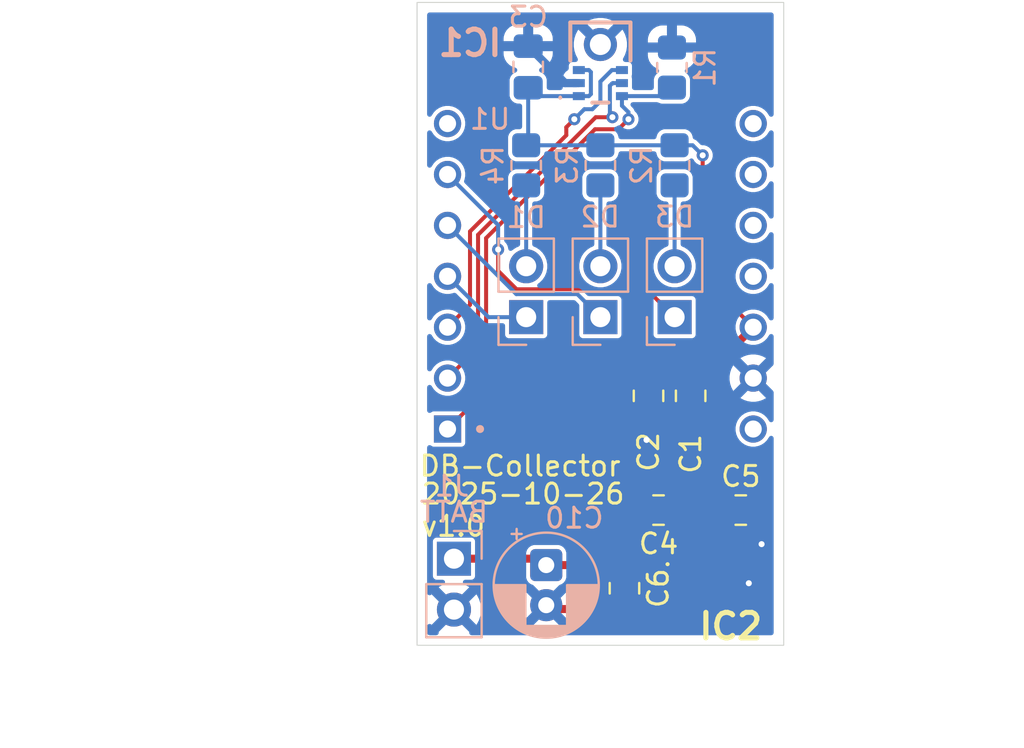
<source format=kicad_pcb>
(kicad_pcb (version 20241229) (generator "pcbnew") (generator_version "9.0")
  (layers (0 "F.Cu" signal) (2 "B.Cu" signal) (13 "F.Paste" user) (15 "B.Paste" user) (5 "F.SilkS" user "F.Silkscreen") (7 "B.SilkS" user "B.Silkscreen") (1 "F.Mask" user) (3 "B.Mask" user) (25 "Edge.Cuts" user))
  (net 0 "")
  (net 1 "Net-(D1-K)")
  (net 2 "Net-(D1-A)")
  (net 3 "Net-(D2-K)")
  (net 4 "Net-(D2-A)")
  (net 5 "Net-(D3-K)")
  (net 6 "Net-(D3-A)")
  (net 7 "/SD")
  (net 8 "+3.3V")
  (net 9 "GND")
  (net 10 "/SCK")
  (net 11 "/WS")
  (net 18 "+BATT")
  (footprint "Capacitor_SMD:C_0805_2012Metric_Pad1.18x1.45mm_HandSolder" (layer "F.Cu") (at 144.3 82.3 -90)
    (property "Reference" "C1" (at 2.9 0 90) (layer "F.SilkS"))
    (property "Value" "10uF")
    (fp_line (start -0.261252 0.735) (end 0.261252 0.735) (stroke (width 0.12)) (layer "F.SilkS"))
    (fp_line (start -0.261252 -0.735) (end 0.261252 -0.735) (stroke (width 0.12)) (layer "F.SilkS"))
    (pad "1" smd roundrect (at -1.0375 0 270) (size 1.175 1.45) (layers "F.Cu" "F.Mask" "F.Paste") (roundrect_rratio 0.212766) (net 8 "+3.3V"))
    (pad "2" smd roundrect (at 1.0375 0 270) (size 1.175 1.45) (layers "F.Cu" "F.Mask" "F.Paste") (roundrect_rratio 0.212766) (net 9 "GND"))
  )
  (footprint "Capacitor_SMD:C_0805_2012Metric_Pad1.18x1.45mm_HandSolder" (layer "F.Cu") (at 146.8 88)
    (property "Reference" "C5" (at 0 -1.68 0) (layer "F.SilkS"))
    (property "Value" "1uF")
    (fp_line (start -0.261252 -0.735) (end 0.261252 -0.735) (stroke (width 0.12)) (layer "F.SilkS"))
    (fp_line (start -0.261252 0.735) (end 0.261252 0.735) (stroke (width 0.12)) (layer "F.SilkS"))
    (pad "1" smd roundrect (at -1.0375 0) (size 1.175 1.45) (layers "F.Cu" "F.Mask" "F.Paste") (roundrect_rratio 0.212766) (net 8 "+3.3V"))
    (pad "2" smd roundrect (at 1.0375 0) (size 1.175 1.45) (layers "F.Cu" "F.Mask" "F.Paste") (roundrect_rratio 0.212766) (net 9 "GND"))
  )
  (footprint "Capacitor_SMD:C_0805_2012Metric_Pad1.18x1.45mm_HandSolder" (layer "F.Cu") (at 142.7 88 180)
    (property "Reference" "C4" (at 0 -1.68 0) (layer "F.SilkS"))
    (property "Value" "1uF")
    (fp_line (start -0.261252 0.735) (end 0.261252 0.735) (stroke (width 0.12)) (layer "F.SilkS"))
    (fp_line (start -0.261252 -0.735) (end 0.261252 -0.735) (stroke (width 0.12)) (layer "F.SilkS"))
    (pad "1" smd roundrect (at -1.0375 0 180) (size 1.175 1.45) (layers "F.Cu" "F.Mask" "F.Paste") (roundrect_rratio 0.212766) (net 18 "+BATT"))
    (pad "2" smd roundrect (at 1.0375 0 180) (size 1.175 1.45) (layers "F.Cu" "F.Mask" "F.Paste") (roundrect_rratio 0.212766) (net 9 "GND"))
  )
  (footprint "Capacitor_SMD:C_0805_2012Metric_Pad1.18x1.45mm_HandSolder" (layer "F.Cu") (at 141 91.9 -90)
    (property "Reference" "C6" (at 0 -1.68 90) (layer "F.SilkS"))
    (property "Value" ".1uF")
    (fp_line (start -0.261252 0.735) (end 0.261252 0.735) (stroke (width 0.12)) (layer "F.SilkS"))
    (fp_line (start -0.261252 -0.735) (end 0.261252 -0.735) (stroke (width 0.12)) (layer "F.SilkS"))
    (pad "1" smd roundrect (at -1.0375 0 270) (size 1.175 1.45) (layers "F.Cu" "F.Mask" "F.Paste") (roundrect_rratio 0.212766) (net 18 "+BATT"))
    (pad "2" smd roundrect (at 1.0375 0 270) (size 1.175 1.45) (layers "F.Cu" "F.Mask" "F.Paste") (roundrect_rratio 0.212766) (net 9 "GND"))
  )
  (footprint "Capacitor_SMD:C_0805_2012Metric_Pad1.18x1.45mm_HandSolder" (layer "F.Cu") (at 142.2 82.3 -90)
    (property "Reference" "C2" (at 2.8 0 90) (layer "F.SilkS"))
    (property "Value" ".1uF")
    (fp_line (start -0.261252 0.735) (end 0.261252 0.735) (stroke (width 0.12)) (layer "F.SilkS"))
    (fp_line (start -0.261252 -0.735) (end 0.261252 -0.735) (stroke (width 0.12)) (layer "F.SilkS"))
    (pad "1" smd roundrect (at -1.0375 0 270) (size 1.175 1.45) (layers "F.Cu" "F.Mask" "F.Paste") (roundrect_rratio 0.212766) (net 8 "+3.3V"))
    (pad "2" smd roundrect (at 1.0375 0 270) (size 1.175 1.45) (layers "F.Cu" "F.Mask" "F.Paste") (roundrect_rratio 0.212766) (net 9 "GND"))
  )
  (footprint "Garth:TLV75533PDYDR" (layer "F.Cu") (at 145.5 91.65)
    (property "Reference" "IC2" (at 0.8 2.15 0) (layer "F.SilkS") (effects (font (size 1.27 1.27) (thickness 0.254))))
    (property "Value" "TLV75533PDYDR" (hide yes))
    (fp_line (start -2.4 -0.95) (end -2.4 -0.95) (stroke (width 0.1)) (layer "F.SilkS"))
    (fp_line (start -2.3 -0.95) (end -2.3 -0.95) (stroke (width 0.1)) (layer "F.SilkS"))
    (fp_arc (start -2.4 -0.95) (mid -2.35 -1) (end -2.3 -0.95) (stroke (width 0.1)) (layer "F.SilkS"))
    (fp_arc (start -2.3 -0.95) (mid -2.35 -0.9) (end -2.4 -0.95) (stroke (width 0.1)) (layer "F.SilkS"))
    (pad "1" smd rect (at -1.3 -0.95 90) (size 0.6 1.1) (layers "F.Cu" "F.Mask" "F.Paste") (net 18 "+BATT"))
    (pad "2" smd rect (at -1.3 0 90) (size 0.6 1.1) (layers "F.Cu" "F.Mask" "F.Paste") (net 9 "GND"))
    (pad "3" smd rect (at -1.3 0.95 90) (size 0.6 1.1) (layers "F.Cu" "F.Mask" "F.Paste") (net 18 "+BATT"))
    (pad "4" smd rect (at 1.3 0.95 90) (size 0.6 1.1) (layers "F.Cu" "F.Mask" "F.Paste"))
    (pad "5" smd rect (at 1.3 -0.95 90) (size 0.6 1.1) (layers "F.Cu" "F.Mask" "F.Paste") (net 8 "+3.3V"))
    (pad "6" smd rect (at 0 0) (size 0.975 1.7) (layers "F.Cu" "F.Mask" "F.Paste") (net 9 "GND"))
  )
  (footprint "Capacitor_SMD:C_0805_2012Metric_Pad1.18x1.45mm_HandSolder" (layer "B.Cu") (at 136.2 65.8925 90)
    (property "Reference" "C3" (at 2.4925 0 0) (layer "B.SilkS") (effects (justify mirror)))
    (property "Value" ".1uF")
    (fp_line (start -0.261252 -0.735) (end 0.261252 -0.735) (stroke (width 0.12)) (layer "B.SilkS"))
    (fp_line (start -0.261252 0.735) (end 0.261252 0.735) (stroke (width 0.12)) (layer "B.SilkS"))
    (pad "1" smd roundrect (at -1.0375 0 90) (size 1.175 1.45) (layers "B.Cu" "B.Mask" "B.Paste") (roundrect_rratio 0.212766) (net 8 "+3.3V"))
    (pad "2" smd roundrect (at 1.0375 0 90) (size 1.175 1.45) (layers "B.Cu" "B.Mask" "B.Paste") (roundrect_rratio 0.212766) (net 9 "GND"))
  )
  (footprint "Connector_PinHeader_2.54mm:PinHeader_1x02_P2.54mm_Vertical" (layer "B.Cu") (at 143.5 78.375)
    (property "Reference" "D3" (at 0 -5 0) (layer "B.SilkS") (effects (justify mirror)))
    (property "Value" "LED_3")
    (fp_line (start -1.38 -3.92) (end 1.38 -3.92) (stroke (width 0.12)) (layer "B.SilkS"))
    (fp_line (start -1.38 -1.27) (end -1.38 -3.92) (stroke (width 0.12)) (layer "B.SilkS"))
    (fp_line (start -1.38 -1.27) (end 1.38 -1.27) (stroke (width 0.12)) (layer "B.SilkS"))
    (fp_line (start -1.38 0) (end -1.38 1.38) (stroke (width 0.12)) (layer "B.SilkS"))
    (fp_line (start -1.38 1.38) (end 0 1.38) (stroke (width 0.12)) (layer "B.SilkS"))
    (fp_line (start 1.38 -1.27) (end 1.38 -3.92) (stroke (width 0.12)) (layer "B.SilkS"))
    (pad "1" thru_hole rect (at 0 0) (size 1.7 1.7) (drill 1) (layers "*.Cu" "*.Mask") (net 5 "Net-(D3-K)"))
    (pad "2" thru_hole circle (at 0 -2.54) (size 1.7 1.7) (drill 1) (layers "*.Cu" "*.Mask") (net 6 "Net-(D3-A)"))
  )
  (footprint "Resistor_SMD:R_0805_2012Metric_Pad1.20x1.40mm_HandSolder" (layer "B.Cu") (at 143.5 70.8 -90)
    (property "Reference" "R2" (at 0 1.65 90) (layer "B.SilkS") (effects (justify mirror)))
    (property "Value" "500 Ohm")
    (fp_line (start -0.227064 0.735) (end 0.227064 0.735) (stroke (width 0.12)) (layer "B.SilkS"))
    (fp_line (start -0.227064 -0.735) (end 0.227064 -0.735) (stroke (width 0.12)) (layer "B.SilkS"))
    (pad "1" smd roundrect (at -1 0 270) (size 1.2 1.4) (layers "B.Cu" "B.Mask" "B.Paste") (roundrect_rratio 0.208333) (net 8 "+3.3V"))
    (pad "2" smd roundrect (at 1 0 270) (size 1.2 1.4) (layers "B.Cu" "B.Mask" "B.Paste") (roundrect_rratio 0.208333) (net 6 "Net-(D3-A)"))
  )
  (footprint "Connector_PinHeader_2.54mm:PinHeader_1x02_P2.54mm_Vertical" (layer "B.Cu") (at 139.8 78.375)
    (property "Reference" "D2" (at -0.01 -5 0) (layer "B.SilkS") (effects (justify mirror)))
    (property "Value" "LED_2")
    (fp_line (start -1.38 -3.92) (end 1.38 -3.92) (stroke (width 0.12)) (layer "B.SilkS"))
    (fp_line (start -1.38 -1.27) (end -1.38 -3.92) (stroke (width 0.12)) (layer "B.SilkS"))
    (fp_line (start -1.38 -1.27) (end 1.38 -1.27) (stroke (width 0.12)) (layer "B.SilkS"))
    (fp_line (start -1.38 0) (end -1.38 1.38) (stroke (width 0.12)) (layer "B.SilkS"))
    (fp_line (start -1.38 1.38) (end 0 1.38) (stroke (width 0.12)) (layer "B.SilkS"))
    (fp_line (start 1.38 -1.27) (end 1.38 -3.92) (stroke (width 0.12)) (layer "B.SilkS"))
    (pad "1" thru_hole rect (at 0 0) (size 1.7 1.7) (drill 1) (layers "*.Cu" "*.Mask") (net 3 "Net-(D2-K)"))
    (pad "2" thru_hole circle (at 0 -2.54) (size 1.7 1.7) (drill 1) (layers "*.Cu" "*.Mask") (net 4 "Net-(D2-A)"))
  )
  (footprint "ESP32-C3:MODULE_113991054" (layer "B.Cu") (at 139.8 76.4)
    (property "Reference" "U1" (at -5.5 -7.9 0) (layer "B.SilkS") (effects (justify mirror)))
    (property "Value" "XAIO ESP32-C3")
    (fp_circle (center -6 7.5565) (end -5.9 7.5565) (stroke (width 0.2)) (fill no) (layer "B.SilkS"))
    (pad "1" thru_hole rect (at -7.62 7.5565) (size 1.358 1.358) (drill 0.85) (layers "*.Cu" "*.Mask") (net 7 "/SD"))
    (pad "2" thru_hole circle (at -7.62 5.0165) (size 1.358 1.358) (drill 0.85) (layers "*.Cu" "*.Mask") (net 10 "/SCK"))
    (pad "3" thru_hole circle (at -7.62 2.4765) (size 1.358 1.358) (drill 0.85) (layers "*.Cu" "*.Mask") (net 11 "/WS"))
    (pad "4" thru_hole circle (at -7.62 -0.0635) (size 1.358 1.358) (drill 0.85) (layers "*.Cu" "*.Mask") (net 1 "Net-(D1-K)"))
    (pad "5" thru_hole circle (at -7.62 -2.6035) (size 1.358 1.358) (drill 0.85) (layers "*.Cu" "*.Mask") (net 3 "Net-(D2-K)"))
    (pad "6" thru_hole circle (at -7.62 -5.1435) (size 1.358 1.358) (drill 0.85) (layers "*.Cu" "*.Mask") (net 5 "Net-(D3-K)"))
    (pad "7" thru_hole circle (at -7.62 -7.6835) (size 1.358 1.358) (drill 0.85) (layers "*.Cu" "*.Mask"))
    (pad "8" thru_hole circle (at 7.62 -7.6835) (size 1.358 1.358) (drill 0.85) (layers "*.Cu" "*.Mask"))
    (pad "9" thru_hole circle (at 7.62 -5.1435) (size 1.358 1.358) (drill 0.85) (layers "*.Cu" "*.Mask"))
    (pad "10" thru_hole circle (at 7.62 -2.6035) (size 1.358 1.358) (drill 0.85) (layers "*.Cu" "*.Mask"))
    (pad "11" thru_hole circle (at 7.62 -0.0635) (size 1.358 1.358) (drill 0.85) (layers "*.Cu" "*.Mask"))
    (pad "12" thru_hole circle (at 7.62 2.4765) (size 1.358 1.358) (drill 0.85) (layers "*.Cu" "*.Mask") (net 8 "+3.3V"))
    (pad "13" thru_hole circle (at 7.62 5.0165) (size 1.358 1.358) (drill 0.85) (layers "*.Cu" "*.Mask") (net 9 "GND"))
    (pad "14" thru_hole circle (at 7.62 7.5565) (size 1.358 1.358) (drill 0.85) (layers "*.Cu" "*.Mask"))
  )
  (footprint "Resistor_SMD:R_0805_2012Metric_Pad1.20x1.40mm_HandSolder" (layer "B.Cu") (at 139.8 70.8 -90)
    (property "Reference" "R3" (at 0 1.65 90) (layer "B.SilkS") (effects (justify mirror)))
    (property "Value" "500 Ohm")
    (fp_line (start -0.227064 0.735) (end 0.227064 0.735) (stroke (width 0.12)) (layer "B.SilkS"))
    (fp_line (start -0.227064 -0.735) (end 0.227064 -0.735) (stroke (width 0.12)) (layer "B.SilkS"))
    (pad "1" smd roundrect (at -1 0 270) (size 1.2 1.4) (layers "B.Cu" "B.Mask" "B.Paste") (roundrect_rratio 0.208333) (net 8 "+3.3V"))
    (pad "2" smd roundrect (at 1 0 270) (size 1.2 1.4) (layers "B.Cu" "B.Mask" "B.Paste") (roundrect_rratio 0.208333) (net 4 "Net-(D2-A)"))
  )
  (footprint "Connector_PinHeader_2.54mm:PinHeader_1x02_P2.54mm_Vertical" (layer "B.Cu") (at 136.1 78.375)
    (property "Reference" "D1" (at 0 -4.975 0) (layer "B.SilkS") (effects (justify mirror)))
    (property "Value" "LED_1")
    (fp_line (start -1.38 -3.92) (end 1.38 -3.92) (stroke (width 0.12)) (layer "B.SilkS"))
    (fp_line (start -1.38 -1.27) (end -1.38 -3.92) (stroke (width 0.12)) (layer "B.SilkS"))
    (fp_line (start -1.38 -1.27) (end 1.38 -1.27) (stroke (width 0.12)) (layer "B.SilkS"))
    (fp_line (start -1.38 0) (end -1.38 1.38) (stroke (width 0.12)) (layer "B.SilkS"))
    (fp_line (start -1.38 1.38) (end 0 1.38) (stroke (width 0.12)) (layer "B.SilkS"))
    (fp_line (start 1.38 -1.27) (end 1.38 -3.92) (stroke (width 0.12)) (layer "B.SilkS"))
    (pad "1" thru_hole rect (at 0 0) (size 1.7 1.7) (drill 1) (layers "*.Cu" "*.Mask") (net 1 "Net-(D1-K)"))
    (pad "2" thru_hole circle (at 0 -2.54) (size 1.7 1.7) (drill 1) (layers "*.Cu" "*.Mask") (net 2 "Net-(D1-A)"))
  )
  (footprint "Capacitor_THT:CP_Radial_D5.0mm_P2.00mm" (layer "B.Cu") (at 137.1 90.744888 -90)
    (property "Reference" "C10" (at -2.344888 -1.4 180) (layer "B.SilkS") (effects (justify mirror)))
    (property "Value" "100uF")
    (fp_line (start 1 2.58) (end 1 1.04) (stroke (width 0.12)) (layer "B.SilkS"))
    (fp_line (start 1.04 2.58) (end 1.04 1.04) (stroke (width 0.12)) (layer "B.SilkS"))
    (fp_line (start 1.08 2.579) (end 1.08 1.04) (stroke (width 0.12)) (layer "B.SilkS"))
    (fp_line (start 1.12 2.577) (end 1.12 1.04) (stroke (width 0.12)) (layer "B.SilkS"))
    (fp_line (start 1.16 2.575) (end 1.16 1.04) (stroke (width 0.12)) (layer "B.SilkS"))
    (fp_line (start 1.2 2.572) (end 1.2 1.04) (stroke (width 0.12)) (layer "B.SilkS"))
    (fp_line (start 1.24 2.569) (end 1.24 1.04) (stroke (width 0.12)) (layer "B.SilkS"))
    (fp_line (start 1.28 2.565) (end 1.28 1.04) (stroke (width 0.12)) (layer "B.SilkS"))
    (fp_line (start 1.32 2.56) (end 1.32 1.04) (stroke (width 0.12)) (layer "B.SilkS"))
    (fp_line (start 1.36 2.555) (end 1.36 1.04) (stroke (width 0.12)) (layer "B.SilkS"))
    (fp_line (start 1.4 2.549) (end 1.4 1.04) (stroke (width 0.12)) (layer "B.SilkS"))
    (fp_line (start 1.44 2.543) (end 1.44 1.04) (stroke (width 0.12)) (layer "B.SilkS"))
    (fp_line (start 1.48 2.536) (end 1.48 1.04) (stroke (width 0.12)) (layer "B.SilkS"))
    (fp_line (start 1.52 2.528) (end 1.52 1.04) (stroke (width 0.12)) (layer "B.SilkS"))
    (fp_line (start 1.56 2.519) (end 1.56 1.04) (stroke (width 0.12)) (layer "B.SilkS"))
    (fp_line (start 1.6 2.51) (end 1.6 1.04) (stroke (width 0.12)) (layer "B.SilkS"))
    (fp_line (start 1.64 2.501) (end 1.64 1.04) (stroke (width 0.12)) (layer "B.SilkS"))
    (fp_line (start 1.68 2.49) (end 1.68 1.04) (stroke (width 0.12)) (layer "B.SilkS"))
    (fp_line (start 1.72 2.479) (end 1.72 1.04) (stroke (width 0.12)) (layer "B.SilkS"))
    (fp_line (start 1.76 2.467) (end 1.76 1.04) (stroke (width 0.12)) (layer "B.SilkS"))
    (fp_line (start 1.8 2.455) (end 1.8 1.04) (stroke (width 0.12)) (layer "B.SilkS"))
    (fp_line (start 1.84 2.442) (end 1.84 1.04) (stroke (width 0.12)) (layer "B.SilkS"))
    (fp_line (start 1.88 2.428) (end 1.88 1.04) (stroke (width 0.12)) (layer "B.SilkS"))
    (fp_line (start 1.92 2.413) (end 1.92 1.04) (stroke (width 0.12)) (layer "B.SilkS"))
    (fp_line (start 1.96 2.398) (end 1.96 1.04) (stroke (width 0.12)) (layer "B.SilkS"))
    (fp_line (start 2 2.382) (end 2 1.04) (stroke (width 0.12)) (layer "B.SilkS"))
    (fp_line (start 2.04 2.365) (end 2.04 1.04) (stroke (width 0.12)) (layer "B.SilkS"))
    (fp_line (start 2.08 2.347) (end 2.08 1.04) (stroke (width 0.12)) (layer "B.SilkS"))
    (fp_line (start 2.12 2.329) (end 2.12 1.04) (stroke (width 0.12)) (layer "B.SilkS"))
    (fp_line (start 2.16 2.309) (end 2.16 1.04) (stroke (width 0.12)) (layer "B.SilkS"))
    (fp_line (start 2.2 2.289) (end 2.2 1.04) (stroke (width 0.12)) (layer "B.SilkS"))
    (fp_line (start 2.24 2.268) (end 2.24 1.04) (stroke (width 0.12)) (layer "B.SilkS"))
    (fp_line (start 2.28 2.246) (end 2.28 1.04) (stroke (width 0.12)) (layer "B.SilkS"))
    (fp_line (start 2.32 2.223) (end 2.32 1.04) (stroke (width 0.12)) (layer "B.SilkS"))
    (fp_line (start 2.36 2.199) (end 2.36 1.04) (stroke (width 0.12)) (layer "B.SilkS"))
    (fp_line (start 2.4 2.175) (end 2.4 1.04) (stroke (width 0.12)) (layer "B.SilkS"))
    (fp_line (start 2.44 2.149) (end 2.44 1.04) (stroke (width 0.12)) (layer "B.SilkS"))
    (fp_line (start 2.48 2.122) (end 2.48 1.04) (stroke (width 0.12)) (layer "B.SilkS"))
    (fp_line (start 2.52 2.094) (end 2.52 1.04) (stroke (width 0.12)) (layer "B.SilkS"))
    (fp_line (start 2.56 2.065) (end 2.56 1.04) (stroke (width 0.12)) (layer "B.SilkS"))
    (fp_line (start 2.6 2.035) (end 2.6 1.04) (stroke (width 0.12)) (layer "B.SilkS"))
    (fp_line (start 2.64 2.003) (end 2.64 1.04) (stroke (width 0.12)) (layer "B.SilkS"))
    (fp_line (start 2.68 1.97) (end 2.68 1.04) (stroke (width 0.12)) (layer "B.SilkS"))
    (fp_line (start 2.72 1.936) (end 2.72 1.04) (stroke (width 0.12)) (layer "B.SilkS"))
    (fp_line (start 2.76 1.901) (end 2.76 1.04) (stroke (width 0.12)) (layer "B.SilkS"))
    (fp_line (start 2.8 1.864) (end 2.8 1.04) (stroke (width 0.12)) (layer "B.SilkS"))
    (fp_line (start 2.84 1.825) (end 2.84 1.04) (stroke (width 0.12)) (layer "B.SilkS"))
    (fp_line (start 2.88 1.785) (end 2.88 1.04) (stroke (width 0.12)) (layer "B.SilkS"))
    (fp_line (start 2.92 1.743) (end 2.92 1.04) (stroke (width 0.12)) (layer "B.SilkS"))
    (fp_line (start -1.554775 1.725) (end -1.554775 1.225) (stroke (width 0.12)) (layer "B.SilkS"))
    (fp_line (start 2.96 1.699) (end 2.96 1.04) (stroke (width 0.12)) (layer "B.SilkS"))
    (fp_line (start 3 1.652) (end 3 1.04) (stroke (width 0.12)) (layer "B.SilkS"))
    (fp_line (start 3.04 1.604) (end 3.04 -1.604) (stroke (width 0.12)) (layer "B.SilkS"))
    (fp_line (start 3.08 1.553) (end 3.08 -1.553) (stroke (width 0.12)) (layer "B.SilkS"))
    (fp_line (start 3.12 1.499) (end 3.12 -1.499) (stroke (width 0.12)) (layer "B.SilkS"))
    (fp_line (start -1.804775 1.475) (end -1.304775 1.475) (stroke (width 0.12)) (layer "B.SilkS"))
    (fp_line (start 3.16 1.443) (end 3.16 -1.443) (stroke (width 0.12)) (layer "B.SilkS"))
    (fp_line (start 3.2 1.383) (end 3.2 -1.383) (stroke (width 0.12)) (layer "B.SilkS"))
    (fp_line (start 3.24 1.319) (end 3.24 -1.319) (stroke (width 0.12)) (layer "B.SilkS"))
    (fp_line (start 3.28 1.251) (end 3.28 -1.251) (stroke (width 0.12)) (layer "B.SilkS"))
    (fp_line (start 3.32 1.177) (end 3.32 -1.177) (stroke (width 0.12)) (layer "B.SilkS"))
    (fp_line (start 3.36 1.098) (end 3.36 -1.098) (stroke (width 0.12)) (layer "B.SilkS"))
    (fp_line (start 3.4 1.011) (end 3.4 -1.011) (stroke (width 0.12)) (layer "B.SilkS"))
    (fp_line (start 3.44 0.914) (end 3.44 -0.914) (stroke (width 0.12)) (layer "B.SilkS"))
    (fp_line (start 3.48 0.805) (end 3.48 -0.805) (stroke (width 0.12)) (layer "B.SilkS"))
    (fp_line (start 3.52 0.677) (end 3.52 -0.677) (stroke (width 0.12)) (layer "B.SilkS"))
    (fp_line (start 3.56 0.517) (end 3.56 -0.517) (stroke (width 0.12)) (layer "B.SilkS"))
    (fp_line (start 3.6 0.283) (end 3.6 -0.283) (stroke (width 0.12)) (layer "B.SilkS"))
    (fp_line (start 1 -1.04) (end 1 -2.58) (stroke (width 0.12)) (layer "B.SilkS"))
    (fp_line (start 1.04 -1.04) (end 1.04 -2.58) (stroke (width 0.12)) (layer "B.SilkS"))
    (fp_line (start 1.08 -1.04) (end 1.08 -2.579) (stroke (width 0.12)) (layer "B.SilkS"))
    (fp_line (start 1.12 -1.04) (end 1.12 -2.577) (stroke (width 0.12)) (layer "B.SilkS"))
    (fp_line (start 1.16 -1.04) (end 1.16 -2.575) (stroke (width 0.12)) (layer "B.SilkS"))
    (fp_line (start 1.2 -1.04) (end 1.2 -2.572) (stroke (width 0.12)) (layer "B.SilkS"))
    (fp_line (start 1.24 -1.04) (end 1.24 -2.569) (stroke (width 0.12)) (layer "B.SilkS"))
    (fp_line (start 1.28 -1.04) (end 1.28 -2.565) (stroke (width 0.12)) (layer "B.SilkS"))
    (fp_line (start 1.32 -1.04) (end 1.32 -2.56) (stroke (width 0.12)) (layer "B.SilkS"))
    (fp_line (start 1.36 -1.04) (end 1.36 -2.555) (stroke (width 0.12)) (layer "B.SilkS"))
    (fp_line (start 1.4 -1.04) (end 1.4 -2.549) (stroke (width 0.12)) (layer "B.SilkS"))
    (fp_line (start 1.44 -1.04) (end 1.44 -2.543) (stroke (width 0.12)) (layer "B.SilkS"))
    (fp_line (start 1.48 -1.04) (end 1.48 -2.536) (stroke (width 0.12)) (layer "B.SilkS"))
    (fp_line (start 1.52 -1.04) (end 1.52 -2.528) (stroke (width 0.12)) (layer "B.SilkS"))
    (fp_line (start 1.56 -1.04) (end 1.56 -2.519) (stroke (width 0.12)) (layer "B.SilkS"))
    (fp_line (start 1.6 -1.04) (end 1.6 -2.51) (stroke (width 0.12)) (layer "B.SilkS"))
    (fp_line (start 1.64 -1.04) (end 1.64 -2.501) (stroke (width 0.12)) (layer "B.SilkS"))
    (fp_line (start 1.68 -1.04) (end 1.68 -2.49) (stroke (width 0.12)) (layer "B.SilkS"))
    (fp_line (start 1.72 -1.04) (end 1.72 -2.479) (stroke (width 0.12)) (layer "B.SilkS"))
    (fp_line (start 1.76 -1.04) (end 1.76 -2.467) (stroke (width 0.12)) (layer "B.SilkS"))
    (fp_line (start 1.8 -1.04) (end 1.8 -2.455) (stroke (width 0.12)) (layer "B.SilkS"))
    (fp_line (start 1.84 -1.04) (end 1.84 -2.442) (stroke (width 0.12)) (layer "B.SilkS"))
    (fp_line (start 1.88 -1.04) (end 1.88 -2.428) (stroke (width 0.12)) (layer "B.SilkS"))
    (fp_line (start 1.92 -1.04) (end 1.92 -2.413) (stroke (width 0.12)) (layer "B.SilkS"))
    (fp_line (start 1.96 -1.04) (end 1.96 -2.398) (stroke (width 0.12)) (layer "B.SilkS"))
    (fp_line (start 2 -1.04) (end 2 -2.382) (stroke (width 0.12)) (layer "B.SilkS"))
    (fp_line (start 2.04 -1.04) (end 2.04 -2.365) (stroke (width 0.12)) (layer "B.SilkS"))
    (fp_line (start 2.08 -1.04) (end 2.08 -2.347) (stroke (width 0.12)) (layer "B.SilkS"))
    (fp_line (start 2.12 -1.04) (end 2.12 -2.329) (stroke (width 0.12)) (layer "B.SilkS"))
    (fp_line (start 2.16 -1.04) (end 2.16 -2.309) (stroke (width 0.12)) (layer "B.SilkS"))
    (fp_line (start 2.2 -1.04) (end 2.2 -2.289) (stroke (width 0.12)) (layer "B.SilkS"))
    (fp_line (start 2.24 -1.04) (end 2.24 -2.268) (stroke (width 0.12)) (layer "B.SilkS"))
    (fp_line (start 2.28 -1.04) (end 2.28 -2.246) (stroke (width 0.12)) (layer "B.SilkS"))
    (fp_line (start 2.32 -1.04) (end 2.32 -2.223) (stroke (width 0.12)) (layer "B.SilkS"))
    (fp_line (start 2.36 -1.04) (end 2.36 -2.199) (stroke (width 0.12)) (layer "B.SilkS"))
    (fp_line (start 2.4 -1.04) (end 2.4 -2.175) (stroke (width 0.12)) (layer "B.SilkS"))
    (fp_line (start 2.44 -1.04) (end 2.44 -2.149) (stroke (width 0.12)) (layer "B.SilkS"))
    (fp_line (start 2.48 -1.04) (end 2.48 -2.122) (stroke (width 0.12)) (layer "B.SilkS"))
    (fp_line (start 2.52 -1.04) (end 2.52 -2.094) (stroke (width 0.12)) (layer "B.SilkS"))
    (fp_line (start 2.56 -1.04) (end 2.56 -2.065) (stroke (width 0.12)) (layer "B.SilkS"))
    (fp_line (start 2.6 -1.04) (end 2.6 -2.035) (stroke (width 0.12)) (layer "B.SilkS"))
    (fp_line (start 2.64 -1.04) (end 2.64 -2.003) (stroke (width 0.12)) (layer "B.SilkS"))
    (fp_line (start 2.68 -1.04) (end 2.68 -1.97) (stroke (width 0.12)) (layer "B.SilkS"))
    (fp_line (start 2.72 -1.04) (end 2.72 -1.936) (stroke (width 0.12)) (layer "B.SilkS"))
    (fp_line (start 2.76 -1.04) (end 2.76 -1.901) (stroke (width 0.12)) (layer "B.SilkS"))
    (fp_line (start 2.8 -1.04) (end 2.8 -1.864) (stroke (width 0.12)) (layer "B.SilkS"))
    (fp_line (start 2.84 -1.04) (end 2.84 -1.825) (stroke (width 0.12)) (layer "B.SilkS"))
    (fp_line (start 2.88 -1.04) (end 2.88 -1.785) (stroke (width 0.12)) (layer "B.SilkS"))
    (fp_line (start 2.92 -1.04) (end 2.92 -1.743) (stroke (width 0.12)) (layer "B.SilkS"))
    (fp_line (start 2.96 -1.04) (end 2.96 -1.699) (stroke (width 0.12)) (layer "B.SilkS"))
    (fp_line (start 3 -1.04) (end 3 -1.652) (stroke (width 0.12)) (layer "B.SilkS"))
    (fp_circle (center 1 0) (end 3.62 0) (stroke (width 0.12)) (fill no) (layer "B.SilkS"))
    (pad "1" thru_hole roundrect (at 0 0 270) (size 1.6 1.6) (drill 0.8) (layers "*.Cu" "*.Mask") (roundrect_rratio 0.15625) (net 18 "+BATT"))
    (pad "2" thru_hole circle (at 2 0 270) (size 1.6 1.6) (drill 0.8) (layers "*.Cu" "*.Mask") (net 9 "GND"))
  )
  (footprint "Connector_PinHeader_2.54mm:PinHeader_1x02_P2.54mm_Vertical" (layer "B.Cu") (at 132.5 90.425 180)
    (property "Reference" "J1" (at 0.1 3.625 0) (layer "B.SilkS") (effects (justify mirror)))
    (property "Value" "Power")
    (fp_line (start 1.38 -1.27) (end 1.38 -3.92) (stroke (width 0.12)) (layer "B.SilkS"))
    (fp_line (start -1.38 1.38) (end 0 1.38) (stroke (width 0.12)) (layer "B.SilkS"))
    (fp_line (start -1.38 0) (end -1.38 1.38) (stroke (width 0.12)) (layer "B.SilkS"))
    (fp_line (start -1.38 -1.27) (end 1.38 -1.27) (stroke (width 0.12)) (layer "B.SilkS"))
    (fp_line (start -1.38 -1.27) (end -1.38 -3.92) (stroke (width 0.12)) (layer "B.SilkS"))
    (fp_line (start -1.38 -3.92) (end 1.38 -3.92) (stroke (width 0.12)) (layer "B.SilkS"))
    (pad "1" thru_hole rect (at 0 0 180) (size 1.7 1.7) (drill 1) (layers "*.Cu" "*.Mask") (net 18 "+BATT"))
    (pad "2" thru_hole circle (at 0 -2.54 180) (size 1.7 1.7) (drill 1) (layers "*.Cu" "*.Mask") (net 9 "GND"))
  )
  (footprint "Resistor_SMD:R_0805_2012Metric_Pad1.20x1.40mm_HandSolder" (layer "B.Cu") (at 143.367562 65.9225 90)
    (property "Reference" "R1" (at 0 1.65 90) (layer "B.SilkS") (effects (justify mirror)))
    (property "Value" "100K")
    (fp_line (start -0.227064 -0.735) (end 0.227064 -0.735) (stroke (width 0.12)) (layer "B.SilkS"))
    (fp_line (start -0.227064 0.735) (end 0.227064 0.735) (stroke (width 0.12)) (layer "B.SilkS"))
    (pad "1" smd roundrect (at -1 0 90) (size 1.2 1.4) (layers "B.Cu" "B.Mask" "B.Paste") (roundrect_rratio 0.208333) (net 7 "/SD"))
    (pad "2" smd roundrect (at 1 0 90) (size 1.2 1.4) (layers "B.Cu" "B.Mask" "B.Paste") (roundrect_rratio 0.208333) (net 9 "GND"))
  )
  (footprint "Resistor_SMD:R_0805_2012Metric_Pad1.20x1.40mm_HandSolder" (layer "B.Cu") (at 136.1 70.8 -90)
    (property "Reference" "R4" (at 0 1.65 90) (layer "B.SilkS") (effects (justify mirror)))
    (property "Value" "500 Ohm")
    (fp_line (start -0.227064 0.735) (end 0.227064 0.735) (stroke (width 0.12)) (layer "B.SilkS"))
    (fp_line (start -0.227064 -0.735) (end 0.227064 -0.735) (stroke (width 0.12)) (layer "B.SilkS"))
    (pad "1" smd roundrect (at -1 0 270) (size 1.2 1.4) (layers "B.Cu" "B.Mask" "B.Paste") (roundrect_rratio 0.208333) (net 8 "+3.3V"))
    (pad "2" smd roundrect (at 1 0 270) (size 1.2 1.4) (layers "B.Cu" "B.Mask" "B.Paste") (roundrect_rratio 0.208333) (net 2 "Net-(D1-A)"))
  )
  (footprint "Garth:ICS43432" (layer "B.Cu") (at 139.8 64.7725 -90)
    (property "Reference" "IC1" (at -0.0725 6.5 180) (layer "B.SilkS") (effects (font (size 1.27 1.27) (thickness 0.254)) (justify mirror)))
    (property "Value" "ICS-43432" (hide yes))
    (fp_line (start 2.6 2) (end 2.6 2) (stroke (width 0.1)) (layer "B.SilkS"))
    (fp_line (start 2.7 2) (end 2.7 2) (stroke (width 0.1)) (layer "B.SilkS"))
    (fp_line (start -1.1 1.5) (end -1.1 -1.5) (stroke (width 0.2)) (layer "B.SilkS"))
    (fp_line (start 0.8 1.5) (end -1.1 1.5) (stroke (width 0.2)) (layer "B.SilkS"))
    (fp_line (start 2.9 0.4) (end 2.9 -0.4) (stroke (width 0.2)) (layer "B.SilkS"))
    (fp_line (start -1.1 -1.5) (end 0.8 -1.5) (stroke (width 0.2)) (layer "B.SilkS"))
    (fp_arc (start 2.6 2) (mid 2.65 1.95) (end 2.7 2) (stroke (width 0.1)) (layer "B.SilkS"))
    (fp_arc (start 2.7 2) (mid 2.65 2.05) (end 2.6 2) (stroke (width 0.1)) (layer "B.SilkS"))
    (pad "1" smd rect (at 2.575 1.075 270) (size 0.4 0.6) (layers "B.Cu" "B.Mask" "B.Paste") (net 8 "+3.3V"))
    (pad "2" smd rect (at 1.925 1.075 270) (size 0.4 0.6) (layers "B.Cu" "B.Mask" "B.Paste") (net 9 "GND"))
    (pad "3" smd rect (at 1.275 1.075 270) (size 0.4 0.6) (layers "B.Cu" "B.Mask" "B.Paste") (net 8 "+3.3V"))
    (pad "4" thru_hole circle (at 0 0 270) (size 1.65 1.65) (drill 1.05) (layers "*.Cu" "*.Mask" "B.Paste") (net 9 "GND"))
    (pad "5" smd rect (at 1.275 -1.075 270) (size 0.4 0.6) (layers "B.Cu" "B.Mask" "B.Paste") (net 11 "/WS"))
    (pad "6" smd rect (at 1.925 -1.075 270) (size 0.4 0.6) (layers "B.Cu" "B.Mask" "B.Paste") (net 10 "/SCK"))
    (pad "7" smd rect (at 2.575 -1.075 270) (size 0.4 0.6) (layers "B.Cu" "B.Mask" "B.Paste") (net 7 "/SD"))
  )
  (gr_rect (start 130.66 62.6725) (end 148.94 94.745859) (stroke (width 0.05)) (fill no) (layer "Edge.Cuts"))
  (gr_text "2025-10-26\nv1.0" (at 130.8 88 0) (layer "F.SilkS") (effects (font (size 1 1)) (justify left)))
  (gr_text "DB-Collector" (at 135.8 85.8 0) (layer "F.SilkS") (effects (font (size 1 1))))
  (gr_text "BATT" (at 132.5 88.1 0) (layer "B.SilkS") (effects (font (size 1 1)) (justify mirror)))
  (segment (start 136.1 78.375) (end 134.2185 78.375) (width 0.2) (layer "B.Cu") (net 1))
  (segment (start 134.2185 78.375) (end 132.18 76.3365) (width 0.2) (layer "B.Cu") (net 1))
  (segment (start 136.1 75.835) (end 136.1 71.8) (width 0.2) (layer "B.Cu") (net 2))
  (segment (start 139.8 78.375) (end 138.649 77.224) (width 0.2) (layer "B.Cu") (net 3))
  (segment (start 138.649 77.224) (end 135.6075 77.224) (width 0.2) (layer "B.Cu") (net 3))
  (segment (start 135.6075 77.224) (end 132.18 73.7965) (width 0.2) (layer "B.Cu") (net 3))
  (segment (start 139.8 75.835) (end 139.8 71.8) (width 0.2) (layer "B.Cu") (net 4))
  (segment (start 135.62324 76.986) (end 134.702 76.06476) (width 0.2) (layer "F.Cu") (net 5))
  (segment (start 142.111 76.986) (end 135.62324 76.986) (width 0.2) (layer "F.Cu") (net 5))
  (segment (start 143.5 78.375) (end 142.111 76.986) (width 0.2) (layer "F.Cu") (net 5))
  (segment (start 134.702 76.06476) (end 134.702 75) (width 0.2) (layer "F.Cu") (net 5))
  (via (at 134.702 75) (size 0.6) (drill 0.3) (layers "F.Cu" "B.Cu") (net 5))
  (segment (start 134.702 73.7785) (end 132.18 71.2565) (width 0.2) (layer "B.Cu") (net 5))
  (segment (start 134.702 75) (end 134.702 73.7785) (width 0.2) (layer "B.Cu") (net 5))
  (segment (start 143.5 75.835) (end 143.5 71.8) (width 0.2) (layer "B.Cu") (net 6))
  (segment (start 140.7 69) (end 139.5342 69) (width 0.2) (layer "F.Cu") (net 7))
  (segment (start 141.2 68.5) (end 140.7 69) (width 0.2) (layer "F.Cu") (net 7))
  (segment (start 134.102 74.4322) (end 134.102 82.0345) (width 0.2) (layer "F.Cu") (net 7))
  (segment (start 134.102 82.0345) (end 132.18 83.9565) (width 0.2) (layer "F.Cu") (net 7))
  (segment (start 139.5342 69) (end 134.102 74.4322) (width 0.2) (layer "F.Cu") (net 7))
  (via (at 141.2 68.5) (size 0.6) (drill 0.3) (layers "F.Cu" "B.Cu") (net 7))
  (segment (start 142.942562 67.3475) (end 143.367562 66.9225) (width 0.2) (layer "B.Cu") (net 7))
  (segment (start 140.875 67.3475) (end 142.942562 67.3475) (width 0.2) (layer "B.Cu") (net 7))
  (segment (start 141.2 68.5) (end 141.2 68.15) (width 0.2) (layer "B.Cu") (net 7))
  (segment (start 140.875 67.825) (end 140.875 67.3475) (width 0.2) (layer "B.Cu") (net 7))
  (segment (start 141.2 68.15) (end 140.875 67.825) (width 0.2) (layer "B.Cu") (net 7))
  (segment (start 145.034 81.2625) (end 144.3 81.2625) (width 0.4) (layer "F.Cu") (net 8))
  (segment (start 144.9 76.3565) (end 147.42 78.8765) (width 0.2) (layer "F.Cu") (net 8))
  (segment (start 144.3 81.2625) (end 142.2 81.2625) (width 0.4) (layer "F.Cu") (net 8))
  (segment (start 146.8 89.6) (end 145.7625 88.5625) (width 0.4) (layer "F.Cu") (net 8))
  (segment (start 144.9 70.3) (end 144.9 76.3565) (width 0.2) (layer "F.Cu") (net 8))
  (segment (start 145.7625 88) (end 145.7625 82.725) (width 0.4) (layer "F.Cu") (net 8))
  (segment (start 146.8 90.7) (end 146.8 89.6) (width 0.4) (layer "F.Cu") (net 8))
  (segment (start 147.42 78.8765) (end 145.034 81.2625) (width 0.4) (layer "F.Cu") (net 8))
  (segment (start 145.7625 82.725) (end 144.3 81.2625) (width 0.4) (layer "F.Cu") (net 8))
  (segment (start 145.7625 88.5625) (end 145.7625 88) (width 0.4) (layer "F.Cu") (net 8))
  (via (at 144.9 70.3) (size 0.6) (drill 0.3) (layers "F.Cu" "B.Cu") (net 8))
  (segment (start 143.5 69.8) (end 144.4 69.8) (width 0.2) (layer "B.Cu") (net 8))
  (segment (start 138.725 67.3475) (end 136.6175 67.3475) (width 0.2) (layer "B.Cu") (net 8))
  (segment (start 136.2 66.93) (end 136.2 69.7) (width 0.2) (layer "B.Cu") (net 8))
  (segment (start 136.2 69.7) (end 136.1 69.8) (width 0.2) (layer "B.Cu") (net 8))
  (segment (start 139.225 66.0475) (end 138.725 66.0475) (width 0.2) (layer "B.Cu") (net 8))
  (segment (start 136.6175 67.3475) (end 136.2 66.93) (width 0.2) (layer "B.Cu") (net 8))
  (segment (start 139.326 66.1485) (end 139.225 66.0475) (width 0.2) (layer "B.Cu") (net 8))
  (segment (start 139.225 67.3475) (end 139.326 67.2465) (width 0.2) (layer "B.Cu") (net 8))
  (segment (start 136.1 69.8) (end 139.8 69.8) (width 0.2) (layer "B.Cu") (net 8))
  (segment (start 144.4 69.8) (end 144.9 70.3) (width 0.2) (layer "B.Cu") (net 8))
  (segment (start 139.8 69.8) (end 143.5 69.8) (width 0.2) (layer "B.Cu") (net 8))
  (segment (start 138.725 67.3475) (end 139.225 67.3475) (width 0.2) (layer "B.Cu") (net 8))
  (segment (start 139.326 67.2465) (end 139.326 66.1485) (width 0.2) (layer "B.Cu") (net 8))
  (segment (start 142.2 83.3375) (end 144.3 83.3375) (width 0.4) (layer "F.Cu") (net 9))
  (segment (start 147.2 91.65) (end 145.5 91.65) (width 0.4) (layer "F.Cu") (net 9))
  (segment (start 141 92.9375) (end 137.292612 92.9375) (width 0.4) (layer "F.Cu") (net 9))
  (segment (start 147.502 91.65) (end 147.2 91.65) (width 0.4) (layer "F.Cu") (net 9))
  (segment (start 141.6625 88) (end 141.6625 84.9375) (width 0.4) (layer "F.Cu") (net 9))
  (segment (start 142.2 84.4) (end 142.1 84.5) (width 0.4) (layer "F.Cu") (net 9))
  (segment (start 147.8375 91.3145) (end 147.502 91.65) (width 0.4) (layer "F.Cu") (net 9))
  (segment (start 141.6625 84.9375) (end 142.1 84.5) (width 0.4) (layer "F.Cu") (net 9))
  (segment (start 147.8375 88) (end 147.8375 89.7) (width 0.4) (layer "F.Cu") (net 9))
  (segment (start 137.292612 92.9375) (end 137.1 92.744888) (width 0.4) (layer "F.Cu") (net 9))
  (segment (start 142.2 83.3375) (end 142.2 84.4) (width 0.4) (layer "F.Cu") (net 9))
  (segment (start 147.8375 89.7) (end 147.8375 91.3145) (width 0.4) (layer "F.Cu") (net 9))
  (segment (start 145.5 91.65) (end 144.2 91.65) (width 0.4) (layer "F.Cu") (net 9))
  (via (at 147.8375 89.7) (size 0.6) (drill 0.3) (layers "F.Cu" "B.Cu") (net 9))
  (via (at 147.2 91.65) (size 0.6) (drill 0.3) (layers "F.Cu" "B.Cu") (net 9))
  (via (at 142.1 84.5) (size 0.6) (drill 0.3) (layers "F.Cu" "B.Cu") (net 9))
  (segment (start 138.725 66.6975) (end 138.0425 66.6975) (width 0.4) (layer "B.Cu") (net 9))
  (segment (start 138.0425 66.6975) (end 136.2 64.855) (width 0.4) (layer "B.Cu") (net 9))
  (segment (start 133.701 74.2661) (end 133.701 79.8955) (width 0.2) (layer "F.Cu") (net 10))
  (segment (start 139.5671 68.4) (end 133.701 74.2661) (width 0.2) (layer "F.Cu") (net 10))
  (segment (start 133.701 79.8955) (end 132.18 81.4165) (width 0.2) (layer "F.Cu") (net 10))
  (segment (start 140.4 68.4) (end 139.5671 68.4) (width 0.2) (layer "F.Cu") (net 10))
  (via (at 140.4 68.4) (size 0.6) (drill 0.3) (layers "F.Cu" "B.Cu") (net 10))
  (segment (start 140.274 66.826) (end 140.3795 66.7205) (width 0.2) (layer "B.Cu") (net 10))
  (segment (start 140.3795 66.7205) (end 140.4 66.7205) (width 0.2) (layer "B.Cu") (net 10))
  (segment (start 140.274 68.274) (end 140.274 66.826) (width 0.2) (layer "B.Cu") (net 10))
  (segment (start 140.423 66.6975) (end 140.875 66.6975) (width 0.2) (layer "B.Cu") (net 10))
  (segment (start 140.4 68.4) (end 140.274 68.274) (width 0.2) (layer "B.Cu") (net 10))
  (segment (start 140.4 66.7205) (end 140.423 66.6975) (width 0.2) (layer "B.Cu") (net 10))
  (segment (start 138.5 68.5) (end 138.1 68.9) (width 0.2) (layer "F.Cu") (net 11))
  (segment (start 133.3 74.1) (end 133.3 77.7565) (width 0.2) (layer "F.Cu") (net 11))
  (segment (start 138.1 68.9) (end 138.1 69.3) (width 0.2) (layer "F.Cu") (net 11))
  (segment (start 133.3 77.7565) (end 132.18 78.8765) (width 0.2) (layer "F.Cu") (net 11))
  (segment (start 138.1 69.3) (end 133.3 74.1) (width 0.2) (layer "F.Cu") (net 11))
  (via (at 138.5 68.5) (size 0.6) (drill 0.3) (layers "F.Cu" "B.Cu") (net 11))
  (segment (start 139.8 66.6225) (end 140.375 66.0475) (width 0.2) (layer "B.Cu") (net 11))
  (segment (start 138.5 68.5) (end 139 68) (width 0.2) (layer "B.Cu") (net 11))
  (segment (start 140.375 66.0475) (end 140.875 66.0475) (width 0.2) (layer "B.Cu") (net 11))
  (segment (start 139 68) (end 139.4 68) (width 0.2) (layer "B.Cu") (net 11))
  (segment (start 139.4 68) (end 139.8 67.6) (width 0.2) (layer "B.Cu") (net 11))
  (segment (start 139.8 67.6) (end 139.8 66.6225) (width 0.2) (layer "B.Cu") (net 11))
  (segment (start 132.5 90.425) (end 136.780112 90.425) (width 0.4) (layer "F.Cu") (net 18))
  (segment (start 143.7375 88) (end 143.7375 90.2375) (width 0.4) (layer "F.Cu") (net 18))
  (segment (start 142.7375 92.6) (end 141 90.8625) (width 0.4) (layer "F.Cu") (net 18))
  (segment (start 137.1 90.744888) (end 140.882388 90.744888) (width 0.4) (layer "F.Cu") (net 18))
  (segment (start 144.0375 90.8625) (end 144.2 90.7) (width 0.4) (layer "F.Cu") (net 18))
  (segment (start 136.780112 90.425) (end 137.1 90.744888) (width 0.4) (layer "F.Cu") (net 18))
  (segment (start 144.2 90.7) (end 144.2 90.6) (width 0.2) (layer "F.Cu") (net 18))
  (segment (start 140.882388 90.744888) (end 141 90.8625) (width 0.4) (layer "F.Cu") (net 18))
  (segment (start 144.2 92.6) (end 142.7375 92.6) (width 0.4) (layer "F.Cu") (net 18))
  (segment (start 141 90.8625) (end 144.0375 90.8625) (width 0.4) (layer "F.Cu") (net 18))
  (segment (start 143.7375 90.2375) (end 144.2 90.7) (width 0.4) (layer "F.Cu") (net 18))
  (zone (net 9) (net_name "GND") (layer "B.Cu") (connect_pads (clearance 0)) (min_thickness 0.25) (fill yes (thermal_gap 0.5) (thermal_bridge_width 0.5))
    (polygon (pts (xy 130.66 62.6725) (xy 130.66 94.6) (xy 130.66 94.762718) (xy 148.94 94.762718) (xy 148.94 62.6725)))
  )
)
</source>
